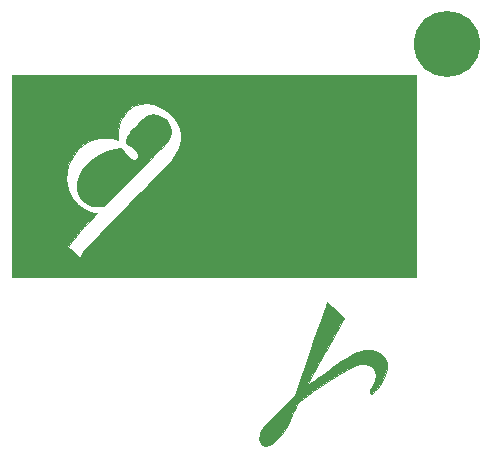
<source format=gbl>
G04 #@! TF.GenerationSoftware,KiCad,Pcbnew,(5.1.9)-1*
G04 #@! TF.CreationDate,2021-03-26T23:54:28-07:00*
G04 #@! TF.ProjectId,mole-diamond-keychain-alt_rotated,6d6f6c65-2d64-4696-916d-6f6e642d6b65,A*
G04 #@! TF.SameCoordinates,PX6d9f5PYfff9260b*
G04 #@! TF.FileFunction,Copper,L2,Bot*
G04 #@! TF.FilePolarity,Positive*
%FSLAX46Y46*%
G04 Gerber Fmt 4.6, Leading zero omitted, Abs format (unit mm)*
G04 Created by KiCad (PCBNEW (5.1.9)-1) date 2021-03-26 23:54:28*
%MOMM*%
%LPD*%
G01*
G04 APERTURE LIST*
G04 #@! TA.AperFunction,EtchedComponent*
%ADD10C,0.010000*%
G04 #@! TD*
G04 #@! TA.AperFunction,ComponentPad*
%ADD11C,5.600000*%
G04 #@! TD*
G04 APERTURE END LIST*
D10*
G36*
X13149789Y31089003D02*
G01*
X12734456Y31259364D01*
X12270473Y31268599D01*
X12173187Y31251649D01*
X11992137Y31208568D01*
X11840253Y31147846D01*
X11684509Y31046084D01*
X11491882Y30879886D01*
X11229346Y30625854D01*
X11080321Y30477375D01*
X10766170Y30156999D01*
X10548733Y29914777D01*
X10400384Y29713910D01*
X10293498Y29517600D01*
X10212641Y29321632D01*
X10120900Y29051438D01*
X10101274Y28891219D01*
X10152596Y28798299D01*
X10197485Y28767660D01*
X10356190Y28663168D01*
X10581388Y28499175D01*
X10707863Y28402180D01*
X10957026Y28154689D01*
X11098592Y27905686D01*
X11133474Y27683561D01*
X11062586Y27516700D01*
X10886840Y27433492D01*
X10677050Y27445029D01*
X10512726Y27502588D01*
X10347038Y27622654D01*
X10140873Y27836710D01*
X10029141Y27966552D01*
X9633221Y28435587D01*
X9160400Y28343548D01*
X8472172Y28145680D01*
X7805925Y27817071D01*
X7329821Y27498428D01*
X6797109Y27035747D01*
X6391008Y26536890D01*
X6113132Y26019503D01*
X5965092Y25501223D01*
X5948502Y24999695D01*
X6064974Y24532560D01*
X6316120Y24117460D01*
X6703554Y23772038D01*
X6975130Y23618238D01*
X7253494Y23530764D01*
X7596736Y23482393D01*
X7769260Y23478791D01*
X8239204Y23494105D01*
X10959714Y26250166D01*
X11602972Y26902378D01*
X12137455Y27446049D01*
X12573754Y27892749D01*
X12922457Y28254046D01*
X13194156Y28541508D01*
X13399440Y28766703D01*
X13548898Y28941198D01*
X13653122Y29076564D01*
X13722699Y29184368D01*
X13768220Y29276176D01*
X13794914Y29347308D01*
X13876919Y29834825D01*
X13792577Y30299809D01*
X13544680Y30727875D01*
X13521687Y30755596D01*
X13149789Y31089003D01*
G37*
X13149789Y31089003D02*
X12734456Y31259364D01*
X12270473Y31268599D01*
X12173187Y31251649D01*
X11992137Y31208568D01*
X11840253Y31147846D01*
X11684509Y31046084D01*
X11491882Y30879886D01*
X11229346Y30625854D01*
X11080321Y30477375D01*
X10766170Y30156999D01*
X10548733Y29914777D01*
X10400384Y29713910D01*
X10293498Y29517600D01*
X10212641Y29321632D01*
X10120900Y29051438D01*
X10101274Y28891219D01*
X10152596Y28798299D01*
X10197485Y28767660D01*
X10356190Y28663168D01*
X10581388Y28499175D01*
X10707863Y28402180D01*
X10957026Y28154689D01*
X11098592Y27905686D01*
X11133474Y27683561D01*
X11062586Y27516700D01*
X10886840Y27433492D01*
X10677050Y27445029D01*
X10512726Y27502588D01*
X10347038Y27622654D01*
X10140873Y27836710D01*
X10029141Y27966552D01*
X9633221Y28435587D01*
X9160400Y28343548D01*
X8472172Y28145680D01*
X7805925Y27817071D01*
X7329821Y27498428D01*
X6797109Y27035747D01*
X6391008Y26536890D01*
X6113132Y26019503D01*
X5965092Y25501223D01*
X5948502Y24999695D01*
X6064974Y24532560D01*
X6316120Y24117460D01*
X6703554Y23772038D01*
X6975130Y23618238D01*
X7253494Y23530764D01*
X7596736Y23482393D01*
X7769260Y23478791D01*
X8239204Y23494105D01*
X10959714Y26250166D01*
X11602972Y26902378D01*
X12137455Y27446049D01*
X12573754Y27892749D01*
X12922457Y28254046D01*
X13194156Y28541508D01*
X13399440Y28766703D01*
X13548898Y28941198D01*
X13653122Y29076564D01*
X13722699Y29184368D01*
X13768220Y29276176D01*
X13794914Y29347308D01*
X13876919Y29834825D01*
X13792577Y30299809D01*
X13544680Y30727875D01*
X13521687Y30755596D01*
X13149789Y31089003D01*
G36*
X31293655Y11250312D02*
G01*
X30817651Y11363411D01*
X30285023Y11335734D01*
X29713284Y11163509D01*
X29632614Y11128327D01*
X29288378Y10951232D01*
X28839587Y10688010D01*
X28314709Y10357311D01*
X27742210Y9977787D01*
X27150559Y9568090D01*
X26568223Y9146871D01*
X26291008Y8938959D01*
X25965174Y8697444D01*
X25696984Y8510453D01*
X25509436Y8393092D01*
X25425528Y8360476D01*
X25423920Y8369207D01*
X25471821Y8467655D01*
X25592517Y8697028D01*
X25776697Y9040151D01*
X26015050Y9479853D01*
X26298265Y9998963D01*
X26617032Y10580305D01*
X26962039Y11206711D01*
X26982492Y11243763D01*
X28505133Y14001712D01*
X27149001Y15357845D01*
X27039013Y15078688D01*
X26988830Y14942385D01*
X26889107Y14663710D01*
X26746022Y14260193D01*
X26565752Y13749365D01*
X26354477Y13148757D01*
X26118375Y12475900D01*
X25863623Y11748324D01*
X25658350Y11160999D01*
X24387675Y7522468D01*
X23016304Y6139893D01*
X22529048Y5645257D01*
X22149865Y5249268D01*
X21865077Y4932876D01*
X21661015Y4677034D01*
X21524003Y4462693D01*
X21440368Y4270804D01*
X21396438Y4082319D01*
X21378538Y3878190D01*
X21377689Y3857130D01*
X21434501Y3532021D01*
X21618945Y3302503D01*
X21910965Y3193035D01*
X21923464Y3191617D01*
X22224259Y3240941D01*
X22558031Y3436821D01*
X22911686Y3762864D01*
X23272136Y4202682D01*
X23626285Y4739881D01*
X23961044Y5358074D01*
X24263318Y6040867D01*
X24323478Y6196319D01*
X24453461Y6502942D01*
X24589168Y6763321D01*
X24696117Y6914910D01*
X24850069Y7044846D01*
X25121047Y7249073D01*
X25483711Y7510199D01*
X25912723Y7810832D01*
X26382744Y8133578D01*
X26868435Y8461045D01*
X27344454Y8775840D01*
X27785467Y9060570D01*
X28166130Y9297844D01*
X28180267Y9306419D01*
X28857397Y9692015D01*
X29428170Y9960396D01*
X29905827Y10114228D01*
X30303605Y10156174D01*
X30634744Y10088897D01*
X30912484Y9915059D01*
X30964076Y9866454D01*
X31199445Y9525122D01*
X31273769Y9135008D01*
X31187240Y8699072D01*
X30940047Y8220274D01*
X30849894Y8089696D01*
X30723509Y7885335D01*
X30708045Y7752867D01*
X30758916Y7676879D01*
X30827053Y7624965D01*
X30900759Y7632618D01*
X31009146Y7719768D01*
X31181326Y7906342D01*
X31309794Y8053962D01*
X31754329Y8644894D01*
X32044988Y9208153D01*
X32179990Y9737185D01*
X32157555Y10225433D01*
X32005742Y10616889D01*
X31695522Y11000214D01*
X31293655Y11250312D01*
G37*
X31293655Y11250312D02*
X30817651Y11363411D01*
X30285023Y11335734D01*
X29713284Y11163509D01*
X29632614Y11128327D01*
X29288378Y10951232D01*
X28839587Y10688010D01*
X28314709Y10357311D01*
X27742210Y9977787D01*
X27150559Y9568090D01*
X26568223Y9146871D01*
X26291008Y8938959D01*
X25965174Y8697444D01*
X25696984Y8510453D01*
X25509436Y8393092D01*
X25425528Y8360476D01*
X25423920Y8369207D01*
X25471821Y8467655D01*
X25592517Y8697028D01*
X25776697Y9040151D01*
X26015050Y9479853D01*
X26298265Y9998963D01*
X26617032Y10580305D01*
X26962039Y11206711D01*
X26982492Y11243763D01*
X28505133Y14001712D01*
X27149001Y15357845D01*
X27039013Y15078688D01*
X26988830Y14942385D01*
X26889107Y14663710D01*
X26746022Y14260193D01*
X26565752Y13749365D01*
X26354477Y13148757D01*
X26118375Y12475900D01*
X25863623Y11748324D01*
X25658350Y11160999D01*
X24387675Y7522468D01*
X23016304Y6139893D01*
X22529048Y5645257D01*
X22149865Y5249268D01*
X21865077Y4932876D01*
X21661015Y4677034D01*
X21524003Y4462693D01*
X21440368Y4270804D01*
X21396438Y4082319D01*
X21378538Y3878190D01*
X21377689Y3857130D01*
X21434501Y3532021D01*
X21618945Y3302503D01*
X21910965Y3193035D01*
X21923464Y3191617D01*
X22224259Y3240941D01*
X22558031Y3436821D01*
X22911686Y3762864D01*
X23272136Y4202682D01*
X23626285Y4739881D01*
X23961044Y5358074D01*
X24263318Y6040867D01*
X24323478Y6196319D01*
X24453461Y6502942D01*
X24589168Y6763321D01*
X24696117Y6914910D01*
X24850069Y7044846D01*
X25121047Y7249073D01*
X25483711Y7510199D01*
X25912723Y7810832D01*
X26382744Y8133578D01*
X26868435Y8461045D01*
X27344454Y8775840D01*
X27785467Y9060570D01*
X28166130Y9297844D01*
X28180267Y9306419D01*
X28857397Y9692015D01*
X29428170Y9960396D01*
X29905827Y10114228D01*
X30303605Y10156174D01*
X30634744Y10088897D01*
X30912484Y9915059D01*
X30964076Y9866454D01*
X31199445Y9525122D01*
X31273769Y9135008D01*
X31187240Y8699072D01*
X30940047Y8220274D01*
X30849894Y8089696D01*
X30723509Y7885335D01*
X30708045Y7752867D01*
X30758916Y7676879D01*
X30827053Y7624965D01*
X30900759Y7632618D01*
X31009146Y7719768D01*
X31181326Y7906342D01*
X31309794Y8053962D01*
X31754329Y8644894D01*
X32044988Y9208153D01*
X32179990Y9737185D01*
X32157555Y10225433D01*
X32005742Y10616889D01*
X31695522Y11000214D01*
X31293655Y11250312D01*
G36*
X419065Y34603764D02*
G01*
X419378Y26072520D01*
X419690Y17541277D01*
X7858681Y17541345D01*
X6185539Y19214487D01*
X6120677Y19199262D01*
X6018825Y19261157D01*
X5850130Y19416105D01*
X5665399Y19599355D01*
X5191708Y20073046D01*
X5496672Y20516435D01*
X5664308Y20737897D01*
X5919019Y21047000D01*
X6231042Y21408818D01*
X6570612Y21788427D01*
X6709926Y21940061D01*
X7618213Y22920297D01*
X7399377Y22952894D01*
X6881791Y23083732D01*
X6424023Y23325687D01*
X5977554Y23704804D01*
X5953268Y23729235D01*
X5524786Y24228838D01*
X5242883Y24726179D01*
X5090275Y25261686D01*
X5049318Y25843433D01*
X5086185Y26439718D01*
X5200486Y26951062D01*
X5412841Y27452044D01*
X5574487Y27742736D01*
X6009702Y28326146D01*
X6540061Y28783913D01*
X7144492Y29106508D01*
X7801920Y29284405D01*
X8491273Y29308076D01*
X8900931Y29246615D01*
X9406195Y29135587D01*
X9416307Y29769052D01*
X9478874Y30355215D01*
X9659004Y30860414D01*
X9976048Y31329032D01*
X10204140Y31575680D01*
X10698680Y31962898D01*
X11237182Y32191209D01*
X11806753Y32261208D01*
X12394505Y32173492D01*
X12987542Y31928655D01*
X13572975Y31527295D01*
X13704095Y31413894D01*
X14216621Y30862818D01*
X14563436Y30284829D01*
X14743899Y29686203D01*
X14757368Y29073214D01*
X14603200Y28452135D01*
X14280756Y27829240D01*
X14097073Y27571288D01*
X13963840Y27416075D01*
X13722984Y27154427D01*
X13387010Y26799255D01*
X12968425Y26363467D01*
X12479733Y25859975D01*
X11933438Y25301687D01*
X11342046Y24701516D01*
X10718063Y24072368D01*
X10356132Y23709272D01*
X9573917Y22924522D01*
X8902676Y22247498D01*
X8332407Y21667448D01*
X7853099Y21173622D01*
X7454747Y20755268D01*
X7127341Y20401637D01*
X6860875Y20101977D01*
X6645343Y19845537D01*
X6470735Y19621567D01*
X6327044Y19419316D01*
X6243268Y19290894D01*
X6185539Y19214487D01*
X7858681Y17541345D01*
X34604534Y17541589D01*
X34604221Y26072833D01*
X34603909Y34604077D01*
X419065Y34603764D01*
G37*
X419065Y34603764D02*
X419378Y26072520D01*
X419690Y17541277D01*
X7858681Y17541345D01*
X6185539Y19214487D01*
X6120677Y19199262D01*
X6018825Y19261157D01*
X5850130Y19416105D01*
X5665399Y19599355D01*
X5191708Y20073046D01*
X5496672Y20516435D01*
X5664308Y20737897D01*
X5919019Y21047000D01*
X6231042Y21408818D01*
X6570612Y21788427D01*
X6709926Y21940061D01*
X7618213Y22920297D01*
X7399377Y22952894D01*
X6881791Y23083732D01*
X6424023Y23325687D01*
X5977554Y23704804D01*
X5953268Y23729235D01*
X5524786Y24228838D01*
X5242883Y24726179D01*
X5090275Y25261686D01*
X5049318Y25843433D01*
X5086185Y26439718D01*
X5200486Y26951062D01*
X5412841Y27452044D01*
X5574487Y27742736D01*
X6009702Y28326146D01*
X6540061Y28783913D01*
X7144492Y29106508D01*
X7801920Y29284405D01*
X8491273Y29308076D01*
X8900931Y29246615D01*
X9406195Y29135587D01*
X9416307Y29769052D01*
X9478874Y30355215D01*
X9659004Y30860414D01*
X9976048Y31329032D01*
X10204140Y31575680D01*
X10698680Y31962898D01*
X11237182Y32191209D01*
X11806753Y32261208D01*
X12394505Y32173492D01*
X12987542Y31928655D01*
X13572975Y31527295D01*
X13704095Y31413894D01*
X14216621Y30862818D01*
X14563436Y30284829D01*
X14743899Y29686203D01*
X14757368Y29073214D01*
X14603200Y28452135D01*
X14280756Y27829240D01*
X14097073Y27571288D01*
X13963840Y27416075D01*
X13722984Y27154427D01*
X13387010Y26799255D01*
X12968425Y26363467D01*
X12479733Y25859975D01*
X11933438Y25301687D01*
X11342046Y24701516D01*
X10718063Y24072368D01*
X10356132Y23709272D01*
X9573917Y22924522D01*
X8902676Y22247498D01*
X8332407Y21667448D01*
X7853099Y21173622D01*
X7454747Y20755268D01*
X7127341Y20401637D01*
X6860875Y20101977D01*
X6645343Y19845537D01*
X6470735Y19621567D01*
X6327044Y19419316D01*
X6243268Y19290894D01*
X6185539Y19214487D01*
X7858681Y17541345D01*
X34604534Y17541589D01*
X34604221Y26072833D01*
X34603909Y34604077D01*
X419065Y34603764D01*
D11*
X37268063Y37268070D03*
M02*

</source>
